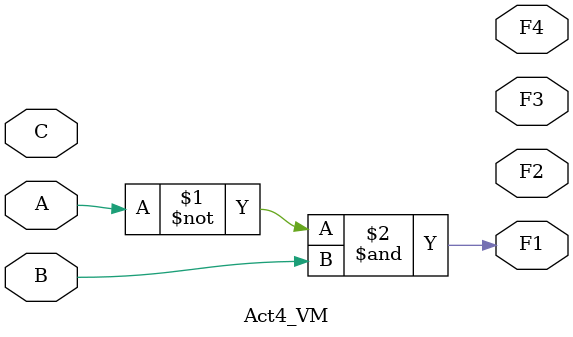
<source format=v>
`timescale 1ns / 1ps
module Act4_VM(
    input A,
    input B,
    input C,
    output F1,
    output F2,
    output F3,
    output F4
    );


and (F1,~A,B);


endmodule

</source>
